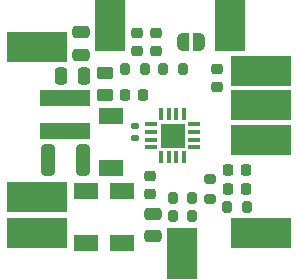
<source format=gts>
%TF.GenerationSoftware,KiCad,Pcbnew,(6.0.0)*%
%TF.CreationDate,2022-08-29T11:13:11+02:00*%
%TF.ProjectId,LiIon_Charger,4c69496f-6e5f-4436-9861-726765722e6b,rev?*%
%TF.SameCoordinates,Original*%
%TF.FileFunction,Soldermask,Top*%
%TF.FilePolarity,Negative*%
%FSLAX46Y46*%
G04 Gerber Fmt 4.6, Leading zero omitted, Abs format (unit mm)*
G04 Created by KiCad (PCBNEW (6.0.0)) date 2022-08-29 11:13:11*
%MOMM*%
%LPD*%
G01*
G04 APERTURE LIST*
G04 Aperture macros list*
%AMRoundRect*
0 Rectangle with rounded corners*
0 $1 Rounding radius*
0 $2 $3 $4 $5 $6 $7 $8 $9 X,Y pos of 4 corners*
0 Add a 4 corners polygon primitive as box body*
4,1,4,$2,$3,$4,$5,$6,$7,$8,$9,$2,$3,0*
0 Add four circle primitives for the rounded corners*
1,1,$1+$1,$2,$3*
1,1,$1+$1,$4,$5*
1,1,$1+$1,$6,$7*
1,1,$1+$1,$8,$9*
0 Add four rect primitives between the rounded corners*
20,1,$1+$1,$2,$3,$4,$5,0*
20,1,$1+$1,$4,$5,$6,$7,0*
20,1,$1+$1,$6,$7,$8,$9,0*
20,1,$1+$1,$8,$9,$2,$3,0*%
%AMFreePoly0*
4,1,5,2.500000,-1.250000,-2.500000,-1.250000,-2.500000,1.250000,2.500000,1.250000,2.500000,-1.250000,2.500000,-1.250000,$1*%
%AMFreePoly1*
4,1,22,0.500000,-0.750000,0.000000,-0.750000,0.000000,-0.745033,-0.079941,-0.743568,-0.215256,-0.701293,-0.333266,-0.622738,-0.424486,-0.514219,-0.481581,-0.384460,-0.499164,-0.250000,-0.500000,-0.250000,-0.500000,0.250000,-0.499164,0.250000,-0.499963,0.256109,-0.478152,0.396186,-0.417904,0.524511,-0.324060,0.630769,-0.204165,0.706417,-0.067858,0.745374,0.000000,0.744959,0.000000,0.750000,
0.500000,0.750000,0.500000,-0.750000,0.500000,-0.750000,$1*%
%AMFreePoly2*
4,1,20,0.000000,0.744959,0.073905,0.744508,0.209726,0.703889,0.328688,0.626782,0.421226,0.519385,0.479903,0.390333,0.500000,0.250000,0.500000,-0.250000,0.499851,-0.262216,0.476331,-0.402017,0.414519,-0.529596,0.319384,-0.634700,0.198574,-0.708877,0.061801,-0.746166,0.000000,-0.745033,0.000000,-0.750000,-0.500000,-0.750000,-0.500000,0.750000,0.000000,0.750000,0.000000,0.744959,
0.000000,0.744959,$1*%
G04 Aperture macros list end*
%ADD10FreePoly0,90.000000*%
%ADD11R,2.100000X1.400000*%
%ADD12FreePoly0,0.000000*%
%ADD13RoundRect,0.140000X0.170000X-0.140000X0.170000X0.140000X-0.170000X0.140000X-0.170000X-0.140000X0*%
%ADD14RoundRect,0.250000X0.250000X0.475000X-0.250000X0.475000X-0.250000X-0.475000X0.250000X-0.475000X0*%
%ADD15RoundRect,0.200000X-0.200000X-0.275000X0.200000X-0.275000X0.200000X0.275000X-0.200000X0.275000X0*%
%ADD16RoundRect,0.225000X-0.225000X-0.250000X0.225000X-0.250000X0.225000X0.250000X-0.225000X0.250000X0*%
%ADD17RoundRect,0.218750X0.218750X0.256250X-0.218750X0.256250X-0.218750X-0.256250X0.218750X-0.256250X0*%
%ADD18RoundRect,0.250000X-0.475000X0.250000X-0.475000X-0.250000X0.475000X-0.250000X0.475000X0.250000X0*%
%ADD19R,4.200000X1.400000*%
%ADD20RoundRect,0.250000X-0.450000X0.262500X-0.450000X-0.262500X0.450000X-0.262500X0.450000X0.262500X0*%
%ADD21RoundRect,0.225000X0.250000X-0.225000X0.250000X0.225000X-0.250000X0.225000X-0.250000X-0.225000X0*%
%ADD22RoundRect,0.200000X0.200000X0.275000X-0.200000X0.275000X-0.200000X-0.275000X0.200000X-0.275000X0*%
%ADD23RoundRect,0.225000X-0.250000X0.225000X-0.250000X-0.225000X0.250000X-0.225000X0.250000X0.225000X0*%
%ADD24FreePoly1,180.000000*%
%ADD25FreePoly2,180.000000*%
%ADD26RoundRect,0.075000X0.075000X-0.462500X0.075000X0.462500X-0.075000X0.462500X-0.075000X-0.462500X0*%
%ADD27RoundRect,0.075000X0.462500X-0.075000X0.462500X0.075000X-0.462500X0.075000X-0.462500X-0.075000X0*%
%ADD28R,2.150000X2.150000*%
%ADD29RoundRect,0.200000X0.275000X-0.200000X0.275000X0.200000X-0.275000X0.200000X-0.275000X-0.200000X0*%
%ADD30RoundRect,0.250000X0.475000X-0.250000X0.475000X0.250000X-0.475000X0.250000X-0.475000X-0.250000X0*%
%ADD31FreePoly0,180.000000*%
%ADD32RoundRect,0.250000X-0.312500X-1.075000X0.312500X-1.075000X0.312500X1.075000X-0.312500X1.075000X0*%
G04 APERTURE END LIST*
D10*
%TO.C,j5*%
X140817600Y-70916800D03*
%TD*%
D11*
%TO.C,D4*%
X131724400Y-85303000D03*
X131724400Y-89703000D03*
%TD*%
D12*
%TO.C,H2*%
X143459200Y-75082400D03*
%TD*%
D13*
%TO.C,C5*%
X132791200Y-80744000D03*
X132791200Y-79784000D03*
%TD*%
D10*
%TO.C,j6*%
X130683000Y-70916800D03*
%TD*%
D14*
%TO.C,C9*%
X128432600Y-75539600D03*
X126532600Y-75539600D03*
%TD*%
D15*
%TO.C,R2*%
X136004800Y-87426800D03*
X137654800Y-87426800D03*
%TD*%
D16*
%TO.C,C4*%
X131940000Y-77165200D03*
X133490000Y-77165200D03*
%TD*%
D17*
%TO.C,D3*%
X142197500Y-83500000D03*
X140622500Y-83500000D03*
%TD*%
D12*
%TO.C,H4*%
X124460000Y-73050400D03*
%TD*%
D18*
%TO.C,C1*%
X134289800Y-87213400D03*
X134289800Y-89113400D03*
%TD*%
D19*
%TO.C,L1*%
X126822200Y-80190800D03*
X126822200Y-77390800D03*
%TD*%
D20*
%TO.C,R7*%
X130225800Y-75312900D03*
X130225800Y-77137900D03*
%TD*%
D21*
%TO.C,C7*%
X132969000Y-73419000D03*
X132969000Y-71869000D03*
%TD*%
D12*
%TO.C,j4*%
X143459200Y-78003400D03*
%TD*%
D22*
%TO.C,R1*%
X137654800Y-85902800D03*
X136004800Y-85902800D03*
%TD*%
D17*
%TO.C,D2*%
X142214700Y-85115400D03*
X140639700Y-85115400D03*
%TD*%
D11*
%TO.C,D5*%
X130759200Y-78927600D03*
X130759200Y-83327600D03*
%TD*%
D15*
%TO.C,R3*%
X140602200Y-86639400D03*
X142252200Y-86639400D03*
%TD*%
D12*
%TO.C,H3*%
X143459200Y-88849200D03*
%TD*%
D15*
%TO.C,R5*%
X131966200Y-74980800D03*
X133616200Y-74980800D03*
%TD*%
D11*
%TO.C,D1*%
X128651000Y-89703000D03*
X128651000Y-85303000D03*
%TD*%
D23*
%TO.C,C3*%
X134040000Y-83984800D03*
X134040000Y-85534800D03*
%TD*%
D21*
%TO.C,C6*%
X134543800Y-73419000D03*
X134543800Y-71869000D03*
%TD*%
D24*
%TO.C,JP1*%
X138191000Y-72694800D03*
D25*
X136891000Y-72694800D03*
%TD*%
D26*
%TO.C,U1*%
X134991200Y-82431700D03*
X135641200Y-82431700D03*
X136291200Y-82431700D03*
X136941200Y-82431700D03*
D27*
X137803700Y-81569200D03*
X137803700Y-80919200D03*
X137803700Y-80269200D03*
X137803700Y-79619200D03*
D26*
X136941200Y-78756700D03*
X136291200Y-78756700D03*
X135641200Y-78756700D03*
X134991200Y-78756700D03*
D27*
X134128700Y-79619200D03*
X134128700Y-80269200D03*
X134128700Y-80919200D03*
X134128700Y-81569200D03*
D28*
X135966200Y-80594200D03*
%TD*%
D12*
%TO.C,H1*%
X124460000Y-88798400D03*
%TD*%
D29*
%TO.C,R4*%
X139115800Y-85915000D03*
X139115800Y-84265000D03*
%TD*%
D30*
%TO.C,C8*%
X128193800Y-73721000D03*
X128193800Y-71821000D03*
%TD*%
D12*
%TO.C,j1*%
X124460000Y-85775800D03*
%TD*%
D21*
%TO.C,C2*%
X139725400Y-76492400D03*
X139725400Y-74942400D03*
%TD*%
D10*
%TO.C,j2*%
X136779000Y-90906600D03*
%TD*%
D15*
%TO.C,R6*%
X135192000Y-74980800D03*
X136842000Y-74980800D03*
%TD*%
D31*
%TO.C,j3*%
X143459200Y-80949800D03*
%TD*%
D32*
%TO.C,F1*%
X125435900Y-82677000D03*
X128360900Y-82677000D03*
%TD*%
M02*

</source>
